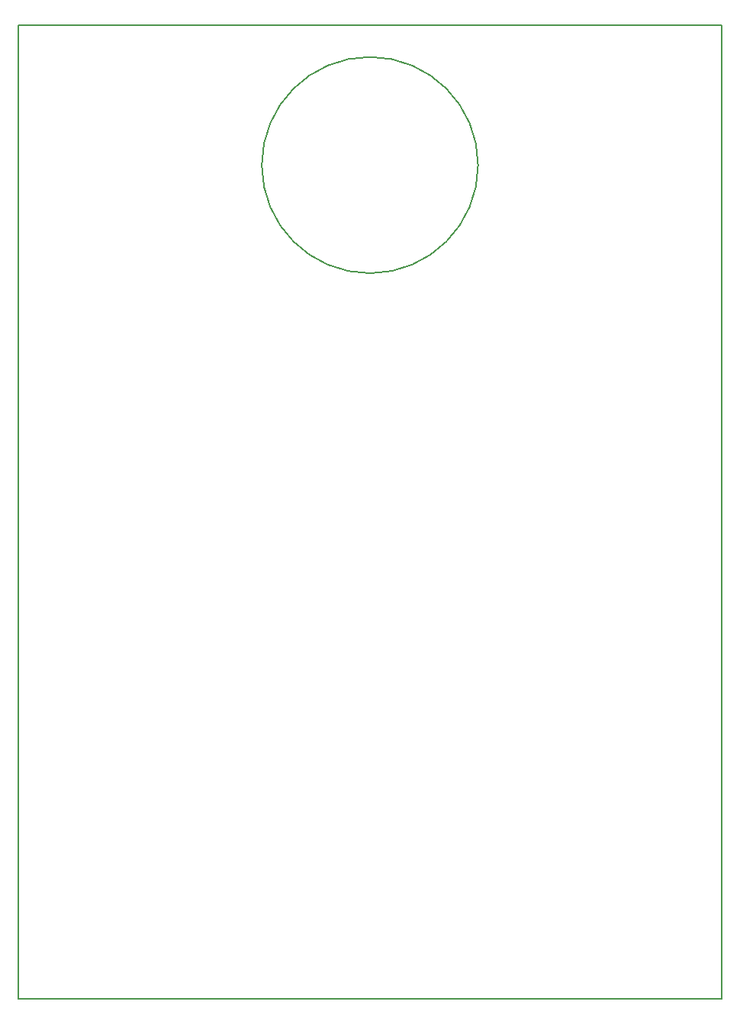
<source format=gm1>
G04 #@! TF.GenerationSoftware,KiCad,Pcbnew,(5.0.0)*
G04 #@! TF.CreationDate,2018-11-17T16:41:15+01:00*
G04 #@! TF.ProjectId,Corona_mainBoard,436F726F6E615F6D61696E426F617264,1*
G04 #@! TF.SameCoordinates,Original*
G04 #@! TF.FileFunction,Profile,NP*
%FSLAX46Y46*%
G04 Gerber Fmt 4.6, Leading zero omitted, Abs format (unit mm)*
G04 Created by KiCad (PCBNEW (5.0.0)) date 11/17/18 16:41:15*
%MOMM*%
%LPD*%
G01*
G04 APERTURE LIST*
%ADD10C,0.200000*%
G04 APERTURE END LIST*
D10*
X51000000Y-15500000D02*
G75*
G03X51000000Y-15500000I-12000000J0D01*
G01*
X0Y-108000000D02*
X0Y0D01*
X78000000Y0D02*
X78000000Y-108000000D01*
X78000000Y0D02*
X0Y0D01*
X0Y-108000000D02*
X78000000Y-108000000D01*
M02*

</source>
